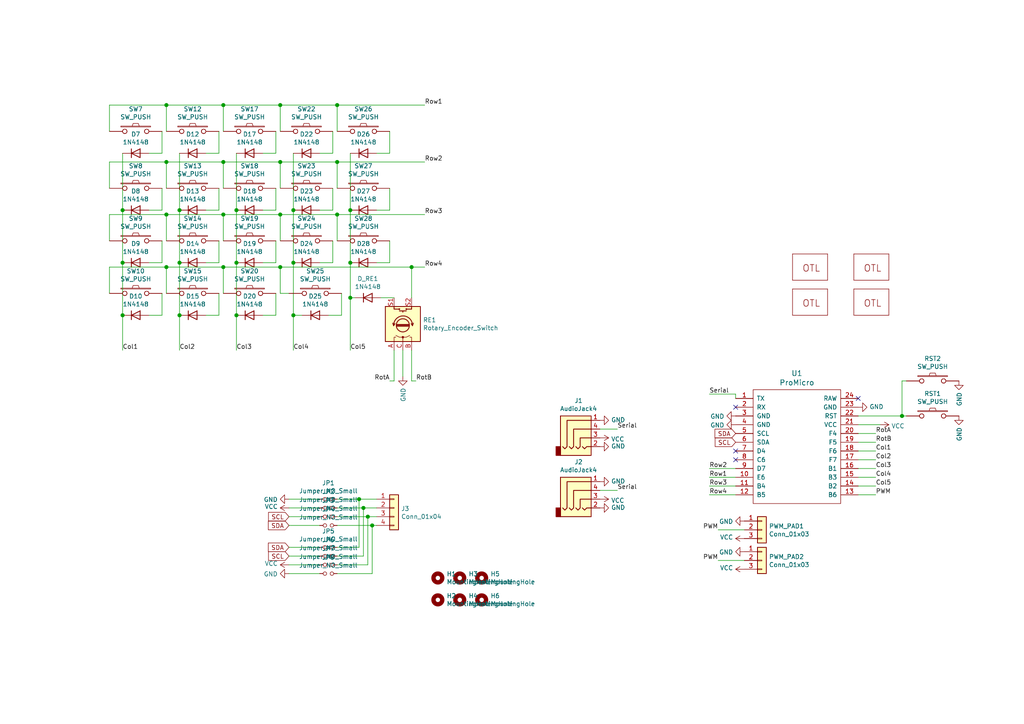
<source format=kicad_sch>
(kicad_sch (version 20210621) (generator eeschema)
  (paper "A4")
  (lib_symbols
    (symbol "Connector:AudioJack4"
      (property "Reference" "J" (at 0 8.89 0))
      (property "Value" "AudioJack4" (at 0 6.35 0))
      (symbol "AudioJack4_0_1"
        (rectangle (start -6.35 -5.08) (end -7.62 -7.62) (stroke (width 0.254)) (fill (type outline)))
        (rectangle (start 2.54 3.81) (end -6.35 -7.62) (stroke (width 0.254)) (fill (type background)))
        (polyline (pts (xy 0 -5.08) (xy 0.635 -5.715) (xy 1.27 -5.08) (xy 2.54 -5.08)) (stroke (width 0.254)))
        (polyline (pts (xy -5.715 -5.08) (xy -5.08 -5.715) (xy -4.445 -5.08) (xy -4.445 2.54) (xy 2.54 2.54)) (stroke (width 0.254)))
        (polyline (pts (xy -1.905 -5.08) (xy -1.27 -5.715) (xy -0.635 -5.08) (xy -0.635 -2.54) (xy 2.54 -2.54)) (stroke (width 0.254)))
        (polyline (pts (xy 2.54 0) (xy -2.54 0) (xy -2.54 -5.08) (xy -3.175 -5.715) (xy -3.81 -5.08)) (stroke (width 0.254)))
      )
      (symbol "AudioJack4_1_1"
        (pin passive line (at 5.08 2.54 180) (length 2.54) (name "~") (number "1"))
        (pin passive line (at 5.08 -5.08 180) (length 2.54) (name "~") (number "2"))
        (pin passive line (at 5.08 -2.54 180) (length 2.54) (name "~") (number "3"))
        (pin passive line (at 5.08 0 180) (length 2.54) (name "~") (number "4"))
      )
    )
    (symbol "Connector_Generic:Conn_01x03" (pin_names (offset 1.016) hide)
      (property "Reference" "J" (at 0 5.08 0))
      (property "Value" "Conn_01x03" (at 0 -5.08 0))
      (symbol "Conn_01x03_1_1"
        (rectangle (start -1.27 -2.413) (end 0 -2.667) (stroke (width 0.1524)))
        (rectangle (start -1.27 0.127) (end 0 -0.127) (stroke (width 0.1524)))
        (rectangle (start -1.27 2.667) (end 0 2.413) (stroke (width 0.1524)))
        (rectangle (start -1.27 3.81) (end 1.27 -3.81) (stroke (width 0.254)) (fill (type background)))
        (pin passive line (at -5.08 2.54 0) (length 3.81) (name "Pin_1") (number "1"))
        (pin passive line (at -5.08 0 0) (length 3.81) (name "Pin_2") (number "2"))
        (pin passive line (at -5.08 -2.54 0) (length 3.81) (name "Pin_3") (number "3"))
      )
    )
    (symbol "Connector_Generic:Conn_01x04" (pin_names (offset 1.016) hide)
      (property "Reference" "J" (at 0 5.08 0))
      (property "Value" "Conn_01x04" (at 0 -7.62 0))
      (symbol "Conn_01x04_1_1"
        (rectangle (start -1.27 -4.953) (end 0 -5.207) (stroke (width 0.1524)))
        (rectangle (start -1.27 -2.413) (end 0 -2.667) (stroke (width 0.1524)))
        (rectangle (start -1.27 0.127) (end 0 -0.127) (stroke (width 0.1524)))
        (rectangle (start -1.27 2.667) (end 0 2.413) (stroke (width 0.1524)))
        (rectangle (start -1.27 3.81) (end 1.27 -6.35) (stroke (width 0.254)) (fill (type background)))
        (pin passive line (at -5.08 2.54 0) (length 3.81) (name "Pin_1") (number "1"))
        (pin passive line (at -5.08 0 0) (length 3.81) (name "Pin_2") (number "2"))
        (pin passive line (at -5.08 -2.54 0) (length 3.81) (name "Pin_3") (number "3"))
        (pin passive line (at -5.08 -5.08 0) (length 3.81) (name "Pin_4") (number "4"))
      )
    )
    (symbol "Device:Jumper_NO_Small" (pin_numbers hide) (pin_names (offset 0.762) hide)
      (property "Reference" "JP" (at 0 2.032 0))
      (property "Value" "Jumper_NO_Small" (at 0.254 -1.524 0))
      (symbol "Jumper_NO_Small_0_1"
        (circle (center -1.016 0) (radius 0.508))
        (circle (center 1.016 0) (radius 0.508))
        (pin passive line (at -2.54 0 0) (length 1.016) (name "1") (number "1"))
        (pin passive line (at 2.54 0 180) (length 1.016) (name "2") (number "2"))
      )
    )
    (symbol "Device:Rotary_Encoder_Switch" (pin_names (offset 0.254) hide)
      (property "Reference" "SW" (at 0 6.604 0))
      (property "Value" "Rotary_Encoder_Switch" (at 0 -6.604 0))
      (symbol "Rotary_Encoder_Switch_0_1"
        (arc (start -0.381 -2.794) (end -0.381 2.667) (radius (at -0.381 -0.0508) (length 2.7432) (angles -89.9 89.9)) (stroke (width 0.254)))
        (circle (center -0.381 0) (radius 1.905) (stroke (width 0.254)))
        (circle (center 4.318 -1.016) (radius 0.127) (stroke (width 0.254)))
        (circle (center 4.318 1.016) (radius 0.127) (stroke (width 0.254)))
        (circle (center -3.81 0) (radius 0.254) (fill (type outline)))
        (rectangle (start -5.08 5.08) (end 5.08 -5.08) (stroke (width 0.254)) (fill (type background)))
        (polyline (pts (xy -0.635 -1.778) (xy -0.635 1.778)) (stroke (width 0.254)))
        (polyline (pts (xy -0.381 -1.778) (xy -0.381 1.778)) (stroke (width 0.254)))
        (polyline (pts (xy -0.127 1.778) (xy -0.127 -1.778)) (stroke (width 0.254)))
        (polyline (pts (xy 3.81 0) (xy 3.429 0)) (stroke (width 0.254)))
        (polyline (pts (xy 3.81 1.016) (xy 3.81 -1.016)) (stroke (width 0.254)))
        (polyline (pts (xy -5.08 -2.54) (xy -3.81 -2.54) (xy -3.81 -2.032)))
        (polyline (pts (xy -5.08 2.54) (xy -3.81 2.54) (xy -3.81 2.032)))
        (polyline (pts (xy 0.254 -3.048) (xy -0.508 -2.794) (xy 0.127 -2.413)) (stroke (width 0.254)))
        (polyline (pts (xy 0.254 2.921) (xy -0.508 2.667) (xy 0.127 2.286)) (stroke (width 0.254)))
        (polyline (pts (xy 5.08 -2.54) (xy 4.318 -2.54) (xy 4.318 -1.016)) (stroke (width 0.254)))
        (polyline (pts (xy 5.08 2.54) (xy 4.318 2.54) (xy 4.318 1.016)) (stroke (width 0.254)))
        (polyline (pts (xy -5.08 0) (xy -3.81 0) (xy -3.81 -1.016) (xy -3.302 -2.032)))
        (polyline (pts (xy -4.318 0) (xy -3.81 0) (xy -3.81 1.016) (xy -3.302 2.032)))
      )
      (symbol "Rotary_Encoder_Switch_1_1"
        (pin passive line (at -7.62 2.54 0) (length 2.54) (name "A") (number "A"))
        (pin passive line (at -7.62 -2.54 0) (length 2.54) (name "B") (number "B"))
        (pin passive line (at -7.62 0 0) (length 2.54) (name "C") (number "C"))
        (pin passive line (at 7.62 2.54 180) (length 2.54) (name "S1") (number "S1"))
        (pin passive line (at 7.62 -2.54 180) (length 2.54) (name "S2") (number "S2"))
      )
    )
    (symbol "Diode:1N4148" (pin_numbers hide) (pin_names (offset 1.016) hide)
      (property "Reference" "D" (at 0 2.54 0))
      (property "Value" "1N4148" (at 0 -2.54 0))
      (symbol "1N4148_0_1"
        (polyline (pts (xy -1.27 1.27) (xy -1.27 -1.27)) (stroke (width 0.254)))
        (polyline (pts (xy 1.27 0) (xy -1.27 0)))
        (polyline (pts (xy 1.27 1.27) (xy 1.27 -1.27) (xy -1.27 0) (xy 1.27 1.27)) (stroke (width 0.254)))
      )
      (symbol "1N4148_1_1"
        (pin passive line (at -3.81 0 0) (length 2.54) (name "K") (number "1"))
        (pin passive line (at 3.81 0 180) (length 2.54) (name "A") (number "2"))
      )
    )
    (symbol "Mechanical:MountingHole" (pin_names (offset 1.016))
      (property "Reference" "H" (at 0 5.08 0))
      (property "Value" "MountingHole" (at 0 3.175 0))
      (symbol "MountingHole_0_1"
        (circle (center 0 0) (radius 1.27) (stroke (width 1.27)))
      )
    )
    (symbol "SparkFun-Aesthetics:LOGO-OTL" (pin_numbers hide) (pin_names (offset 1.016) hide)
      (symbol "LOGO-OTL_1_0"
        (text "OTL" (at 0.3556 -1.5748 0) (effects (font (size 1.9304 1.9304))))
        (polyline (pts (xy -5.08 -5.08) (xy 5.08 -5.08)))
        (polyline (pts (xy -5.08 2.54) (xy -5.08 -5.08)))
        (polyline (pts (xy 5.08 -5.08) (xy 5.08 2.54)))
        (polyline (pts (xy 5.08 2.54) (xy -5.08 2.54)))
      )
    )
    (symbol "keyboard_parts:SW_PUSH" (pin_numbers hide) (pin_names (offset 1.016) hide)
      (property "Reference" "SW" (at 3.81 2.794 0))
      (property "Value" "SW_PUSH" (at 0 -2.032 0))
      (symbol "SW_PUSH_0_1"
        (rectangle (start -4.318 1.27) (end 4.318 1.524))
        (polyline (pts (xy -1.016 1.524) (xy -0.762 2.286) (xy 0.762 2.286) (xy 1.016 1.524)))
        (pin passive inverted (at -7.62 0 0) (length 5.08) (name "1") (number "1"))
        (pin passive inverted (at 7.62 0 180) (length 5.08) (name "2") (number "2"))
      )
    )
    (symbol "power:GND" (power) (pin_names (offset 0))
      (property "Value" "GND" (at 0 -3.81 0))
      (symbol "GND_0_1"
        (polyline (pts (xy 0 0) (xy 0 -1.27) (xy 1.27 -1.27) (xy 0 -2.54) (xy -1.27 -1.27) (xy 0 -1.27)))
      )
      (symbol "GND_1_1"
        (pin power_in line (at 0 0 270) (length 0) hide (name "GND") (number "1"))
      )
    )
    (symbol "power:VCC" (power) (pin_names (offset 0))
      (property "Value" "VCC" (at 0 3.81 0))
      (symbol "VCC_0_1"
        (polyline (pts (xy -0.762 1.27) (xy 0 2.54)))
        (polyline (pts (xy 0 0) (xy 0 2.54)))
        (polyline (pts (xy 0 2.54) (xy 0.762 1.27)))
      )
      (symbol "VCC_1_1"
        (pin power_in line (at 0 0 90) (length 0) hide (name "VCC") (number "1"))
      )
    )
    (symbol "promicro:ProMicro" (pin_names (offset 1.016))
      (property "Reference" "U" (at 0 24.13 0))
      (property "Value" "ProMicro" (at 0 -13.97 0))
      (symbol "ProMicro_0_1"
        (rectangle (start -12.7 21.59) (end 12.7 -11.43))
      )
      (symbol "ProMicro_1_1"
        (pin bidirectional line (at -17.78 19.05 0) (length 5.08) (name "TX") (number "1"))
        (pin bidirectional line (at -17.78 -3.81 0) (length 5.08) (name "E6") (number "10"))
        (pin bidirectional line (at -17.78 -6.35 0) (length 5.08) (name "B4") (number "11"))
        (pin bidirectional line (at -17.78 -8.89 0) (length 5.08) (name "B5") (number "12"))
        (pin bidirectional line (at 17.78 -8.89 180) (length 5.08) (name "B6") (number "13"))
        (pin bidirectional line (at 17.78 -6.35 180) (length 5.08) (name "B2") (number "14"))
        (pin bidirectional line (at 17.78 -3.81 180) (length 5.08) (name "B3") (number "15"))
        (pin bidirectional line (at 17.78 -1.27 180) (length 5.08) (name "B1") (number "16"))
        (pin bidirectional line (at 17.78 1.27 180) (length 5.08) (name "F7") (number "17"))
        (pin bidirectional line (at 17.78 3.81 180) (length 5.08) (name "F6") (number "18"))
        (pin bidirectional line (at 17.78 6.35 180) (length 5.08) (name "F5") (number "19"))
        (pin bidirectional line (at -17.78 16.51 0) (length 5.08) (name "RX") (number "2"))
        (pin bidirectional line (at 17.78 8.89 180) (length 5.08) (name "F4") (number "20"))
        (pin power_in line (at 17.78 11.43 180) (length 5.08) (name "VCC") (number "21"))
        (pin input line (at 17.78 13.97 180) (length 5.08) (name "RST") (number "22"))
        (pin power_in line (at 17.78 16.51 180) (length 5.08) (name "GND") (number "23"))
        (pin power_out line (at 17.78 19.05 180) (length 5.08) (name "RAW") (number "24"))
        (pin power_in line (at -17.78 13.97 0) (length 5.08) (name "GND") (number "3"))
        (pin power_in line (at -17.78 11.43 0) (length 5.08) (name "GND") (number "4"))
        (pin bidirectional line (at -17.78 8.89 0) (length 5.08) (name "SCL") (number "5"))
        (pin bidirectional line (at -17.78 6.35 0) (length 5.08) (name "SDA") (number "6"))
        (pin bidirectional line (at -17.78 3.81 0) (length 5.08) (name "D4") (number "7"))
        (pin bidirectional line (at -17.78 1.27 0) (length 5.08) (name "C6") (number "8"))
        (pin bidirectional line (at -17.78 -1.27 0) (length 5.08) (name "D7") (number "9"))
      )
    )
  )
  (junction (at 35.56 60.96) (diameter 1.016))
  (junction (at 35.56 76.2) (diameter 1.016))
  (junction (at 35.56 91.44) (diameter 1.016))
  (junction (at 48.26 30.48) (diameter 1.016))
  (junction (at 48.26 46.99) (diameter 1.016))
  (junction (at 48.26 62.23) (diameter 1.016))
  (junction (at 48.26 77.47) (diameter 1.016))
  (junction (at 52.07 60.96) (diameter 1.016))
  (junction (at 52.07 76.2) (diameter 1.016))
  (junction (at 52.07 91.44) (diameter 1.016))
  (junction (at 64.77 30.48) (diameter 1.016))
  (junction (at 64.77 46.99) (diameter 1.016))
  (junction (at 64.77 62.23) (diameter 1.016))
  (junction (at 64.77 77.47) (diameter 1.016))
  (junction (at 68.58 60.96) (diameter 1.016))
  (junction (at 68.58 76.2) (diameter 1.016))
  (junction (at 68.58 91.44) (diameter 1.016))
  (junction (at 81.28 30.48) (diameter 1.016))
  (junction (at 81.28 46.99) (diameter 1.016))
  (junction (at 81.28 62.23) (diameter 1.016))
  (junction (at 81.28 77.47) (diameter 1.016))
  (junction (at 85.09 60.96) (diameter 1.016))
  (junction (at 85.09 76.2) (diameter 1.016))
  (junction (at 85.09 91.44) (diameter 1.016))
  (junction (at 97.79 30.48) (diameter 1.016))
  (junction (at 97.79 46.99) (diameter 1.016))
  (junction (at 97.79 62.23) (diameter 1.016))
  (junction (at 101.6 60.96) (diameter 1.016))
  (junction (at 101.6 76.2) (diameter 1.016))
  (junction (at 101.6 86.36) (diameter 1.016))
  (junction (at 104.14 144.78) (diameter 1.016))
  (junction (at 105.41 147.32) (diameter 1.016))
  (junction (at 106.68 149.86) (diameter 1.016))
  (junction (at 107.95 152.4) (diameter 1.016))
  (junction (at 119.38 77.47) (diameter 1.016))
  (junction (at 261.62 120.65) (diameter 1.016))
  (no_connect (at 213.36 118.11))
  (no_connect (at 213.36 130.81))
  (no_connect (at 213.36 133.35))
  (no_connect (at 248.92 115.57))
  (wire (pts (xy 31.75 30.48) (xy 48.26 30.48)))
  (wire (pts (xy 31.75 38.1) (xy 31.75 30.48)))
  (wire (pts (xy 31.75 46.99) (xy 48.26 46.99)))
  (wire (pts (xy 31.75 54.61) (xy 31.75 46.99)))
  (wire (pts (xy 31.75 62.23) (xy 48.26 62.23)))
  (wire (pts (xy 31.75 69.85) (xy 31.75 62.23)))
  (wire (pts (xy 31.75 77.47) (xy 48.26 77.47)))
  (wire (pts (xy 31.75 85.09) (xy 31.75 77.47)))
  (wire (pts (xy 35.56 60.96) (xy 35.56 44.45)))
  (wire (pts (xy 35.56 60.96) (xy 35.56 76.2)))
  (wire (pts (xy 35.56 91.44) (xy 35.56 76.2)))
  (wire (pts (xy 35.56 91.44) (xy 35.56 101.6)))
  (wire (pts (xy 46.99 38.1) (xy 46.99 44.45)))
  (wire (pts (xy 46.99 44.45) (xy 43.18 44.45)))
  (wire (pts (xy 46.99 54.61) (xy 46.99 60.96)))
  (wire (pts (xy 46.99 60.96) (xy 43.18 60.96)))
  (wire (pts (xy 46.99 69.85) (xy 46.99 76.2)))
  (wire (pts (xy 46.99 76.2) (xy 43.18 76.2)))
  (wire (pts (xy 46.99 85.09) (xy 46.99 91.44)))
  (wire (pts (xy 46.99 91.44) (xy 43.18 91.44)))
  (wire (pts (xy 48.26 30.48) (xy 64.77 30.48)))
  (wire (pts (xy 48.26 38.1) (xy 48.26 30.48)))
  (wire (pts (xy 48.26 46.99) (xy 64.77 46.99)))
  (wire (pts (xy 48.26 54.61) (xy 48.26 46.99)))
  (wire (pts (xy 48.26 62.23) (xy 64.77 62.23)))
  (wire (pts (xy 48.26 69.85) (xy 48.26 62.23)))
  (wire (pts (xy 48.26 77.47) (xy 64.77 77.47)))
  (wire (pts (xy 48.26 85.09) (xy 48.26 77.47)))
  (wire (pts (xy 52.07 44.45) (xy 52.07 60.96)))
  (wire (pts (xy 52.07 60.96) (xy 52.07 76.2)))
  (wire (pts (xy 52.07 91.44) (xy 52.07 76.2)))
  (wire (pts (xy 52.07 91.44) (xy 52.07 101.6)))
  (wire (pts (xy 63.5 38.1) (xy 63.5 44.45)))
  (wire (pts (xy 63.5 44.45) (xy 59.69 44.45)))
  (wire (pts (xy 63.5 54.61) (xy 63.5 60.96)))
  (wire (pts (xy 63.5 60.96) (xy 59.69 60.96)))
  (wire (pts (xy 63.5 69.85) (xy 63.5 76.2)))
  (wire (pts (xy 63.5 76.2) (xy 59.69 76.2)))
  (wire (pts (xy 63.5 85.09) (xy 63.5 91.44)))
  (wire (pts (xy 63.5 91.44) (xy 59.69 91.44)))
  (wire (pts (xy 64.77 30.48) (xy 81.28 30.48)))
  (wire (pts (xy 64.77 38.1) (xy 64.77 30.48)))
  (wire (pts (xy 64.77 46.99) (xy 81.28 46.99)))
  (wire (pts (xy 64.77 54.61) (xy 64.77 46.99)))
  (wire (pts (xy 64.77 62.23) (xy 81.28 62.23)))
  (wire (pts (xy 64.77 69.85) (xy 64.77 62.23)))
  (wire (pts (xy 64.77 77.47) (xy 81.28 77.47)))
  (wire (pts (xy 64.77 85.09) (xy 64.77 77.47)))
  (wire (pts (xy 68.58 44.45) (xy 68.58 60.96)))
  (wire (pts (xy 68.58 60.96) (xy 68.58 76.2)))
  (wire (pts (xy 68.58 76.2) (xy 68.58 91.44)))
  (wire (pts (xy 68.58 91.44) (xy 68.58 101.6)))
  (wire (pts (xy 80.01 38.1) (xy 80.01 44.45)))
  (wire (pts (xy 80.01 44.45) (xy 76.2 44.45)))
  (wire (pts (xy 80.01 54.61) (xy 80.01 60.96)))
  (wire (pts (xy 80.01 60.96) (xy 76.2 60.96)))
  (wire (pts (xy 80.01 69.85) (xy 80.01 76.2)))
  (wire (pts (xy 80.01 76.2) (xy 76.2 76.2)))
  (wire (pts (xy 80.01 85.09) (xy 80.01 91.44)))
  (wire (pts (xy 80.01 91.44) (xy 76.2 91.44)))
  (wire (pts (xy 81.28 30.48) (xy 97.79 30.48)))
  (wire (pts (xy 81.28 38.1) (xy 81.28 30.48)))
  (wire (pts (xy 81.28 46.99) (xy 97.79 46.99)))
  (wire (pts (xy 81.28 54.61) (xy 81.28 46.99)))
  (wire (pts (xy 81.28 62.23) (xy 97.79 62.23)))
  (wire (pts (xy 81.28 69.85) (xy 81.28 62.23)))
  (wire (pts (xy 81.28 77.47) (xy 81.28 85.09)))
  (wire (pts (xy 81.28 77.47) (xy 119.38 77.47)))
  (wire (pts (xy 81.28 85.09) (xy 83.82 85.09)))
  (wire (pts (xy 85.09 60.96) (xy 85.09 44.45)))
  (wire (pts (xy 85.09 60.96) (xy 85.09 76.2)))
  (wire (pts (xy 85.09 76.2) (xy 85.09 91.44)))
  (wire (pts (xy 85.09 91.44) (xy 85.09 101.6)))
  (wire (pts (xy 87.63 91.44) (xy 85.09 91.44)))
  (wire (pts (xy 92.71 144.78) (xy 83.82 144.78)))
  (wire (pts (xy 92.71 147.32) (xy 83.82 147.32)))
  (wire (pts (xy 92.71 149.86) (xy 83.82 149.86)))
  (wire (pts (xy 92.71 152.4) (xy 83.82 152.4)))
  (wire (pts (xy 92.71 158.75) (xy 83.82 158.75)))
  (wire (pts (xy 92.71 161.29) (xy 83.82 161.29)))
  (wire (pts (xy 92.71 163.83) (xy 83.82 163.83)))
  (wire (pts (xy 92.71 166.37) (xy 83.82 166.37)))
  (wire (pts (xy 96.52 38.1) (xy 96.52 44.45)))
  (wire (pts (xy 96.52 44.45) (xy 92.71 44.45)))
  (wire (pts (xy 96.52 54.61) (xy 96.52 60.96)))
  (wire (pts (xy 96.52 60.96) (xy 92.71 60.96)))
  (wire (pts (xy 96.52 69.85) (xy 96.52 76.2)))
  (wire (pts (xy 96.52 76.2) (xy 92.71 76.2)))
  (wire (pts (xy 97.79 30.48) (xy 123.19 30.48)))
  (wire (pts (xy 97.79 38.1) (xy 97.79 30.48)))
  (wire (pts (xy 97.79 46.99) (xy 123.19 46.99)))
  (wire (pts (xy 97.79 54.61) (xy 97.79 46.99)))
  (wire (pts (xy 97.79 62.23) (xy 123.19 62.23)))
  (wire (pts (xy 97.79 69.85) (xy 97.79 62.23)))
  (wire (pts (xy 97.79 149.86) (xy 106.68 149.86)))
  (wire (pts (xy 99.06 85.09) (xy 99.06 91.44)))
  (wire (pts (xy 99.06 91.44) (xy 95.25 91.44)))
  (wire (pts (xy 101.6 60.96) (xy 101.6 44.45)))
  (wire (pts (xy 101.6 60.96) (xy 101.6 76.2)))
  (wire (pts (xy 101.6 76.2) (xy 101.6 86.36)))
  (wire (pts (xy 101.6 86.36) (xy 101.6 101.6)))
  (wire (pts (xy 102.87 86.36) (xy 101.6 86.36)))
  (wire (pts (xy 104.14 144.78) (xy 97.79 144.78)))
  (wire (pts (xy 104.14 144.78) (xy 104.14 158.75)))
  (wire (pts (xy 104.14 158.75) (xy 97.79 158.75)))
  (wire (pts (xy 105.41 147.32) (xy 97.79 147.32)))
  (wire (pts (xy 105.41 147.32) (xy 105.41 161.29)))
  (wire (pts (xy 105.41 161.29) (xy 97.79 161.29)))
  (wire (pts (xy 106.68 149.86) (xy 106.68 163.83)))
  (wire (pts (xy 106.68 149.86) (xy 109.22 149.86)))
  (wire (pts (xy 106.68 163.83) (xy 97.79 163.83)))
  (wire (pts (xy 107.95 152.4) (xy 97.79 152.4)))
  (wire (pts (xy 107.95 152.4) (xy 107.95 166.37)))
  (wire (pts (xy 107.95 166.37) (xy 97.79 166.37)))
  (wire (pts (xy 109.22 144.78) (xy 104.14 144.78)))
  (wire (pts (xy 109.22 147.32) (xy 105.41 147.32)))
  (wire (pts (xy 109.22 152.4) (xy 107.95 152.4)))
  (wire (pts (xy 113.03 38.1) (xy 113.03 44.45)))
  (wire (pts (xy 113.03 44.45) (xy 109.22 44.45)))
  (wire (pts (xy 113.03 54.61) (xy 113.03 60.96)))
  (wire (pts (xy 113.03 60.96) (xy 109.22 60.96)))
  (wire (pts (xy 113.03 69.85) (xy 113.03 76.2)))
  (wire (pts (xy 113.03 76.2) (xy 109.22 76.2)))
  (wire (pts (xy 114.3 86.36) (xy 110.49 86.36)))
  (wire (pts (xy 114.3 101.6) (xy 114.3 110.49)))
  (wire (pts (xy 114.3 110.49) (xy 113.03 110.49)))
  (wire (pts (xy 116.84 101.6) (xy 116.84 109.22)))
  (wire (pts (xy 119.38 77.47) (xy 119.38 86.36)))
  (wire (pts (xy 119.38 77.47) (xy 123.19 77.47)))
  (wire (pts (xy 119.38 101.6) (xy 119.38 110.49)))
  (wire (pts (xy 119.38 110.49) (xy 120.65 110.49)))
  (wire (pts (xy 173.99 124.46) (xy 179.07 124.46)))
  (wire (pts (xy 173.99 142.24) (xy 179.07 142.24)))
  (wire (pts (xy 205.74 114.3) (xy 213.36 114.3)))
  (wire (pts (xy 205.74 135.89) (xy 213.36 135.89)))
  (wire (pts (xy 205.74 138.43) (xy 213.36 138.43)))
  (wire (pts (xy 205.74 140.97) (xy 213.36 140.97)))
  (wire (pts (xy 205.74 143.51) (xy 213.36 143.51)))
  (wire (pts (xy 208.28 153.67) (xy 215.9 153.67)))
  (wire (pts (xy 208.28 162.56) (xy 215.9 162.56)))
  (wire (pts (xy 213.36 114.3) (xy 213.36 115.57)))
  (wire (pts (xy 248.92 120.65) (xy 261.62 120.65)))
  (wire (pts (xy 248.92 123.19) (xy 255.27 123.19)))
  (wire (pts (xy 248.92 125.73) (xy 254 125.73)))
  (wire (pts (xy 248.92 128.27) (xy 254 128.27)))
  (wire (pts (xy 248.92 130.81) (xy 254 130.81)))
  (wire (pts (xy 248.92 133.35) (xy 254 133.35)))
  (wire (pts (xy 248.92 135.89) (xy 254 135.89)))
  (wire (pts (xy 248.92 138.43) (xy 254 138.43)))
  (wire (pts (xy 248.92 140.97) (xy 254 140.97)))
  (wire (pts (xy 248.92 143.51) (xy 254 143.51)))
  (wire (pts (xy 261.62 110.49) (xy 262.89 110.49)))
  (wire (pts (xy 261.62 120.65) (xy 261.62 110.49)))
  (wire (pts (xy 261.62 120.65) (xy 262.89 120.65)))
  (label "Col1" (at 35.56 101.6 0))
  (label "Col2" (at 52.07 101.6 0))
  (label "Col3" (at 68.58 101.6 0))
  (label "Col4" (at 85.09 101.6 0))
  (label "Col5" (at 101.6 101.6 0))
  (label "RotA" (at 113.03 110.49 180))
  (label "RotB" (at 120.65 110.49 0))
  (label "Row1" (at 123.19 30.48 0))
  (label "Row2" (at 123.19 46.99 0))
  (label "Row3" (at 123.19 62.23 0))
  (label "Row4" (at 123.19 77.47 0))
  (label "Serial" (at 179.07 124.46 0))
  (label "Serial" (at 179.07 142.24 0))
  (label "Serial" (at 205.74 114.3 0))
  (label "Row2" (at 205.74 135.89 0))
  (label "Row1" (at 205.74 138.43 0))
  (label "Row3" (at 205.74 140.97 0))
  (label "Row4" (at 205.74 143.51 0))
  (label "PWM" (at 208.28 153.67 180))
  (label "PWM" (at 208.28 162.56 180))
  (label "RotA" (at 254 125.73 0))
  (label "RotB" (at 254 128.27 0))
  (label "Col1" (at 254 130.81 0))
  (label "Col2" (at 254 133.35 0))
  (label "Col3" (at 254 135.89 0))
  (label "Col4" (at 254 138.43 0))
  (label "Col5" (at 254 140.97 0))
  (label "PWM" (at 254 143.51 0))
  (global_label "SCL" (shape input) (at 83.82 149.86 180) (property "Intersheet References" "${INTERSHEET_REFS}" (effects hide)))
  (global_label "SDA" (shape input) (at 83.82 152.4 180) (property "Intersheet References" "${INTERSHEET_REFS}" (effects hide)))
  (global_label "SDA" (shape input) (at 83.82 158.75 180) (property "Intersheet References" "${INTERSHEET_REFS}" (effects hide)))
  (global_label "SCL" (shape input) (at 83.82 161.29 180) (property "Intersheet References" "${INTERSHEET_REFS}" (effects hide)))
  (global_label "SDA" (shape input) (at 213.36 125.73 180) (property "Intersheet References" "${INTERSHEET_REFS}" (effects hide)))
  (global_label "SCL" (shape input) (at 213.36 128.27 180) (property "Intersheet References" "${INTERSHEET_REFS}" (effects hide)))
  (symbol (lib_id "power:VCC") (at 83.82 147.32 90) (unit 1)
    (property "Reference" "#PWR0105" (effects hide))
    (property "Value" "VCC" (at 80.5942 146.939 90) (effects (justify left)))
  )
  (symbol (lib_id "power:VCC") (at 83.82 163.83 90) (unit 1)
    (property "Reference" "#PWR0107" (effects hide))
    (property "Value" "VCC" (at 80.5942 163.449 90) (effects (justify left)))
  )
  (symbol (lib_id "power:VCC") (at 173.99 127 270) (unit 1)
    (property "Reference" "#PWR0104" (effects hide))
    (property "Value" "VCC" (at 177.2412 127.381 90) (effects (justify left)))
  )
  (symbol (lib_id "power:VCC") (at 173.99 144.78 270) (unit 1)
    (property "Reference" "#PWR0103" (effects hide))
    (property "Value" "VCC" (at 177.2412 145.161 90) (effects (justify left)))
  )
  (symbol (lib_id "power:VCC") (at 215.9 156.21 90) (unit 1)
    (property "Reference" "#PWR0117" (effects hide))
    (property "Value" "VCC" (at 212.6488 155.829 90) (effects (justify left)))
  )
  (symbol (lib_id "power:VCC") (at 215.9 165.1 90) (unit 1)
    (property "Reference" "#PWR0120" (effects hide))
    (property "Value" "VCC" (at 212.6488 164.719 90) (effects (justify left)))
  )
  (symbol (lib_id "power:VCC") (at 255.27 123.19 270) (unit 1)
    (property "Reference" "#PWR0115" (effects hide))
    (property "Value" "VCC" (at 258.5212 123.571 90) (effects (justify left)))
  )
  (symbol (lib_id "Device:Jumper_NO_Small") (at 95.25 144.78 0) (unit 1)
    (property "Reference" "JP1" (at 95.25 140.081 0))
    (property "Value" "Jumper_NO_Small" (at 95.25 142.3924 0))
    (property "Footprint" "SparkFun-Passives:PAD-JUMPER-2-NO_NO_SILK" (effects hide))
  )
  (symbol (lib_id "Device:Jumper_NO_Small") (at 95.25 147.32 0) (unit 1)
    (property "Reference" "JP2" (at 95.25 142.621 0))
    (property "Value" "Jumper_NO_Small" (at 95.25 144.9324 0))
    (property "Footprint" "SparkFun-Passives:PAD-JUMPER-2-NO_NO_SILK" (effects hide))
  )
  (symbol (lib_id "Device:Jumper_NO_Small") (at 95.25 149.86 0) (unit 1)
    (property "Reference" "JP3" (at 95.25 145.161 0))
    (property "Value" "Jumper_NO_Small" (at 95.25 147.4724 0))
    (property "Footprint" "SparkFun-Passives:PAD-JUMPER-2-NO_NO_SILK" (effects hide))
  )
  (symbol (lib_id "Device:Jumper_NO_Small") (at 95.25 152.4 0) (unit 1)
    (property "Reference" "JP4" (at 95.25 147.701 0))
    (property "Value" "Jumper_NO_Small" (at 95.25 150.0124 0))
    (property "Footprint" "SparkFun-Passives:PAD-JUMPER-2-NO_NO_SILK" (effects hide))
  )
  (symbol (lib_id "Device:Jumper_NO_Small") (at 95.25 158.75 0) (unit 1)
    (property "Reference" "JP5" (at 95.25 154.051 0))
    (property "Value" "Jumper_NO_Small" (at 95.25 156.3624 0))
    (property "Footprint" "SparkFun-Passives:PAD-JUMPER-2-NO_NO_SILK" (effects hide))
  )
  (symbol (lib_id "Device:Jumper_NO_Small") (at 95.25 161.29 0) (unit 1)
    (property "Reference" "JP6" (at 95.25 156.591 0))
    (property "Value" "Jumper_NO_Small" (at 95.25 158.9024 0))
    (property "Footprint" "SparkFun-Passives:PAD-JUMPER-2-NO_NO_SILK" (effects hide))
  )
  (symbol (lib_id "Device:Jumper_NO_Small") (at 95.25 163.83 0) (unit 1)
    (property "Reference" "JP7" (at 95.25 159.131 0))
    (property "Value" "Jumper_NO_Small" (at 95.25 161.4424 0))
    (property "Footprint" "SparkFun-Passives:PAD-JUMPER-2-NO_NO_SILK" (effects hide))
  )
  (symbol (lib_id "Device:Jumper_NO_Small") (at 95.25 166.37 0) (unit 1)
    (property "Reference" "JP8" (at 95.25 161.671 0))
    (property "Value" "Jumper_NO_Small" (at 95.25 163.9824 0))
    (property "Footprint" "SparkFun-Passives:PAD-JUMPER-2-NO_NO_SILK" (effects hide))
  )
  (symbol (lib_id "power:GND") (at 83.82 144.78 270) (unit 1)
    (property "Reference" "#PWR0106" (effects hide))
    (property "Value" "GND" (at 80.5688 144.907 90) (effects (justify right)))
  )
  (symbol (lib_id "power:GND") (at 83.82 166.37 270) (unit 1)
    (property "Reference" "#PWR0108" (effects hide))
    (property "Value" "GND" (at 80.5688 166.497 90) (effects (justify right)))
  )
  (symbol (lib_id "power:GND") (at 116.84 109.22 0) (unit 1)
    (property "Reference" "#PWR0121" (effects hide))
    (property "Value" "GND" (at 116.967 112.4712 90) (effects (justify right)))
  )
  (symbol (lib_id "power:GND") (at 173.99 121.92 90) (unit 1)
    (property "Reference" "#PWR0101" (effects hide))
    (property "Value" "GND" (at 177.2412 121.793 90) (effects (justify right)))
  )
  (symbol (lib_id "power:GND") (at 173.99 129.54 90) (unit 1)
    (property "Reference" "#PWR0109" (effects hide))
    (property "Value" "GND" (at 177.2412 129.413 90) (effects (justify right)))
  )
  (symbol (lib_id "power:GND") (at 173.99 139.7 90) (unit 1)
    (property "Reference" "#PWR0102" (effects hide))
    (property "Value" "GND" (at 177.2412 139.573 90) (effects (justify right)))
  )
  (symbol (lib_id "power:GND") (at 173.99 147.32 90) (unit 1)
    (property "Reference" "#PWR0110" (effects hide))
    (property "Value" "GND" (at 177.2412 147.193 90) (effects (justify right)))
  )
  (symbol (lib_id "power:GND") (at 213.36 120.65 270) (unit 1)
    (property "Reference" "#PWR0111" (effects hide))
    (property "Value" "GND" (at 210.1088 120.777 90) (effects (justify right)))
  )
  (symbol (lib_id "power:GND") (at 213.36 123.19 270) (unit 1)
    (property "Reference" "#PWR0112" (effects hide))
    (property "Value" "GND" (at 210.1088 123.317 90) (effects (justify right)))
  )
  (symbol (lib_id "power:GND") (at 215.9 151.13 270) (unit 1)
    (property "Reference" "#PWR0116" (effects hide))
    (property "Value" "GND" (at 212.6488 151.257 90) (effects (justify right)))
  )
  (symbol (lib_id "power:GND") (at 215.9 160.02 270) (unit 1)
    (property "Reference" "#PWR0119" (effects hide))
    (property "Value" "GND" (at 212.6488 160.147 90) (effects (justify right)))
  )
  (symbol (lib_id "power:GND") (at 248.92 118.11 90) (unit 1)
    (property "Reference" "#PWR0113" (effects hide))
    (property "Value" "GND" (at 252.1712 117.983 90) (effects (justify right)))
  )
  (symbol (lib_id "power:GND") (at 278.13 110.49 0) (unit 1)
    (property "Reference" "#PWR0118" (effects hide))
    (property "Value" "GND" (at 278.257 113.7412 90) (effects (justify right)))
  )
  (symbol (lib_id "power:GND") (at 278.13 120.65 0) (unit 1)
    (property "Reference" "#PWR0114" (effects hide))
    (property "Value" "GND" (at 278.257 123.9012 90) (effects (justify right)))
  )
  (symbol (lib_id "Mechanical:MountingHole") (at 127 167.64 0) (unit 1)
    (property "Reference" "H1" (at 129.54 166.4716 0) (effects (justify left)))
    (property "Value" "MountingHole" (at 129.54 168.783 0) (effects (justify left)))
    (property "Footprint" "MountingHole:MountingHole_2.2mm_M2" (effects hide))
  )
  (symbol (lib_id "Mechanical:MountingHole") (at 127 173.99 0) (unit 1)
    (property "Reference" "H2" (at 129.54 172.8216 0) (effects (justify left)))
    (property "Value" "MountingHole" (at 129.54 175.133 0) (effects (justify left)))
    (property "Footprint" "MountingHole:MountingHole_2.2mm_M2" (effects hide))
  )
  (symbol (lib_id "Mechanical:MountingHole") (at 133.35 167.64 0) (unit 1)
    (property "Reference" "H3" (at 135.89 166.4716 0) (effects (justify left)))
    (property "Value" "MountingHole" (at 135.89 168.783 0) (effects (justify left)))
    (property "Footprint" "MountingHole:MountingHole_2.2mm_M2" (effects hide))
  )
  (symbol (lib_id "Mechanical:MountingHole") (at 133.35 173.99 0) (unit 1)
    (property "Reference" "H4" (at 135.89 172.8216 0) (effects (justify left)))
    (property "Value" "MountingHole" (at 135.89 175.133 0) (effects (justify left)))
    (property "Footprint" "MountingHole:MountingHole_2.2mm_M2" (effects hide))
  )
  (symbol (lib_id "Mechanical:MountingHole") (at 139.7 167.64 0) (unit 1)
    (property "Reference" "H5" (at 142.24 166.4716 0) (effects (justify left)))
    (property "Value" "MountingHole" (at 142.24 168.783 0) (effects (justify left)))
    (property "Footprint" "MountingHole:MountingHole_2.2mm_M2" (effects hide))
  )
  (symbol (lib_id "Mechanical:MountingHole") (at 139.7 173.99 0) (unit 1)
    (property "Reference" "H6" (at 142.24 172.8216 0) (effects (justify left)))
    (property "Value" "MountingHole" (at 142.24 175.133 0) (effects (justify left)))
    (property "Footprint" "MountingHole:MountingHole_2.2mm_M2" (effects hide))
  )
  (symbol (lib_id "Diode:1N4148") (at 39.37 44.45 0) (unit 1)
    (property "Reference" "D7" (at 39.37 38.9382 0))
    (property "Value" "1N4148" (at 39.37 41.2496 0))
    (property "Footprint" "Keebio-Parts:Diode-dual" (effects hide))
    (property "Datasheet" "https://assets.nexperia.com/documents/data-sheet/1N4148_1N4448.pdf" (effects hide))
  )
  (symbol (lib_id "Diode:1N4148") (at 39.37 60.96 0) (unit 1)
    (property "Reference" "D8" (at 39.37 55.4482 0))
    (property "Value" "1N4148" (at 39.37 57.7596 0))
    (property "Footprint" "Keebio-Parts:Diode-dual" (effects hide))
    (property "Datasheet" "https://assets.nexperia.com/documents/data-sheet/1N4148_1N4448.pdf" (effects hide))
  )
  (symbol (lib_id "Diode:1N4148") (at 39.37 76.2 0) (unit 1)
    (property "Reference" "D9" (at 39.37 70.6882 0))
    (property "Value" "1N4148" (at 39.37 72.9996 0))
    (property "Footprint" "Keebio-Parts:Diode-dual" (effects hide))
    (property "Datasheet" "https://assets.nexperia.com/documents/data-sheet/1N4148_1N4448.pdf" (effects hide))
  )
  (symbol (lib_id "Diode:1N4148") (at 39.37 91.44 0) (unit 1)
    (property "Reference" "D10" (at 39.37 85.9282 0))
    (property "Value" "1N4148" (at 39.37 88.2396 0))
    (property "Footprint" "Keebio-Parts:Diode-dual" (effects hide))
    (property "Datasheet" "https://assets.nexperia.com/documents/data-sheet/1N4148_1N4448.pdf" (effects hide))
  )
  (symbol (lib_id "Diode:1N4148") (at 55.88 44.45 0) (unit 1)
    (property "Reference" "D12" (at 55.88 38.9382 0))
    (property "Value" "1N4148" (at 55.88 41.2496 0))
    (property "Footprint" "Keebio-Parts:Diode-dual" (effects hide))
    (property "Datasheet" "https://assets.nexperia.com/documents/data-sheet/1N4148_1N4448.pdf" (effects hide))
  )
  (symbol (lib_id "Diode:1N4148") (at 55.88 60.96 0) (unit 1)
    (property "Reference" "D13" (at 55.88 55.4482 0))
    (property "Value" "1N4148" (at 55.88 57.7596 0))
    (property "Footprint" "Keebio-Parts:Diode-dual" (effects hide))
    (property "Datasheet" "https://assets.nexperia.com/documents/data-sheet/1N4148_1N4448.pdf" (effects hide))
  )
  (symbol (lib_id "Diode:1N4148") (at 55.88 76.2 0) (unit 1)
    (property "Reference" "D14" (at 55.88 70.6882 0))
    (property "Value" "1N4148" (at 55.88 72.9996 0))
    (property "Footprint" "Keebio-Parts:Diode-dual" (effects hide))
    (property "Datasheet" "https://assets.nexperia.com/documents/data-sheet/1N4148_1N4448.pdf" (effects hide))
  )
  (symbol (lib_id "Diode:1N4148") (at 55.88 91.44 0) (unit 1)
    (property "Reference" "D15" (at 55.88 85.9282 0))
    (property "Value" "1N4148" (at 55.88 88.2396 0))
    (property "Footprint" "Keebio-Parts:Diode-dual" (effects hide))
    (property "Datasheet" "https://assets.nexperia.com/documents/data-sheet/1N4148_1N4448.pdf" (effects hide))
  )
  (symbol (lib_id "Diode:1N4148") (at 72.39 44.45 0) (unit 1)
    (property "Reference" "D17" (at 72.39 38.9382 0))
    (property "Value" "1N4148" (at 72.39 41.2496 0))
    (property "Footprint" "Keebio-Parts:Diode-dual" (effects hide))
    (property "Datasheet" "https://assets.nexperia.com/documents/data-sheet/1N4148_1N4448.pdf" (effects hide))
  )
  (symbol (lib_id "Diode:1N4148") (at 72.39 60.96 0) (unit 1)
    (property "Reference" "D18" (at 72.39 55.4482 0))
    (property "Value" "1N4148" (at 72.39 57.7596 0))
    (property "Footprint" "Keebio-Parts:Diode-dual" (effects hide))
    (property "Datasheet" "https://assets.nexperia.com/documents/data-sheet/1N4148_1N4448.pdf" (effects hide))
  )
  (symbol (lib_id "Diode:1N4148") (at 72.39 76.2 0) (unit 1)
    (property "Reference" "D19" (at 72.39 70.6882 0))
    (property "Value" "1N4148" (at 72.39 72.9996 0))
    (property "Footprint" "Keebio-Parts:Diode-dual" (effects hide))
    (property "Datasheet" "https://assets.nexperia.com/documents/data-sheet/1N4148_1N4448.pdf" (effects hide))
  )
  (symbol (lib_id "Diode:1N4148") (at 72.39 91.44 0) (unit 1)
    (property "Reference" "D20" (at 72.39 85.9282 0))
    (property "Value" "1N4148" (at 72.39 88.2396 0))
    (property "Footprint" "Keebio-Parts:Diode-dual" (effects hide))
    (property "Datasheet" "https://assets.nexperia.com/documents/data-sheet/1N4148_1N4448.pdf" (effects hide))
  )
  (symbol (lib_id "Diode:1N4148") (at 88.9 44.45 0) (unit 1)
    (property "Reference" "D22" (at 88.9 38.9382 0))
    (property "Value" "1N4148" (at 88.9 41.2496 0))
    (property "Footprint" "Keebio-Parts:Diode-dual" (effects hide))
    (property "Datasheet" "https://assets.nexperia.com/documents/data-sheet/1N4148_1N4448.pdf" (effects hide))
  )
  (symbol (lib_id "Diode:1N4148") (at 88.9 60.96 0) (unit 1)
    (property "Reference" "D23" (at 88.9 55.4482 0))
    (property "Value" "1N4148" (at 88.9 57.7596 0))
    (property "Footprint" "Keebio-Parts:Diode-dual" (effects hide))
    (property "Datasheet" "https://assets.nexperia.com/documents/data-sheet/1N4148_1N4448.pdf" (effects hide))
  )
  (symbol (lib_id "Diode:1N4148") (at 88.9 76.2 0) (unit 1)
    (property "Reference" "D24" (at 88.9 70.6882 0))
    (property "Value" "1N4148" (at 88.9 72.9996 0))
    (property "Footprint" "Keebio-Parts:Diode-dual" (effects hide))
    (property "Datasheet" "https://assets.nexperia.com/documents/data-sheet/1N4148_1N4448.pdf" (effects hide))
  )
  (symbol (lib_id "Diode:1N4148") (at 91.44 91.44 0) (unit 1)
    (property "Reference" "D25" (at 91.44 85.9282 0))
    (property "Value" "1N4148" (at 91.44 88.2396 0))
    (property "Footprint" "Keebio-Parts:Diode-dual" (effects hide))
    (property "Datasheet" "https://assets.nexperia.com/documents/data-sheet/1N4148_1N4448.pdf" (effects hide))
  )
  (symbol (lib_id "Diode:1N4148") (at 105.41 44.45 0) (unit 1)
    (property "Reference" "D26" (at 105.41 38.9382 0))
    (property "Value" "1N4148" (at 105.41 41.2496 0))
    (property "Footprint" "Keebio-Parts:Diode-dual" (effects hide))
    (property "Datasheet" "https://assets.nexperia.com/documents/data-sheet/1N4148_1N4448.pdf" (effects hide))
  )
  (symbol (lib_id "Diode:1N4148") (at 105.41 60.96 0) (unit 1)
    (property "Reference" "D27" (at 105.41 55.4482 0))
    (property "Value" "1N4148" (at 105.41 57.7596 0))
    (property "Footprint" "Keebio-Parts:Diode-dual" (effects hide))
    (property "Datasheet" "https://assets.nexperia.com/documents/data-sheet/1N4148_1N4448.pdf" (effects hide))
  )
  (symbol (lib_id "Diode:1N4148") (at 105.41 76.2 0) (unit 1)
    (property "Reference" "D28" (at 105.41 70.6882 0))
    (property "Value" "1N4148" (at 105.41 72.9996 0))
    (property "Footprint" "Keebio-Parts:Diode-dual" (effects hide))
    (property "Datasheet" "https://assets.nexperia.com/documents/data-sheet/1N4148_1N4448.pdf" (effects hide))
  )
  (symbol (lib_id "Diode:1N4148") (at 106.68 86.36 0) (unit 1)
    (property "Reference" "D_RE1" (at 106.68 80.8482 0))
    (property "Value" "1N4148" (at 106.68 83.1596 0))
    (property "Footprint" "Keebio-Parts:Diode-dual" (effects hide))
    (property "Datasheet" "https://assets.nexperia.com/documents/data-sheet/1N4148_1N4448.pdf" (effects hide))
  )
  (symbol (lib_id "keyboard_parts:SW_PUSH") (at 39.37 38.1 0) (unit 1)
    (property "Reference" "SW7" (at 39.37 31.623 0))
    (property "Value" "SW_PUSH" (at 39.37 33.9344 0))
    (property "Footprint" "Keebio-Parts:Triple-Dual-1u-LED" (effects hide))
  )
  (symbol (lib_id "keyboard_parts:SW_PUSH") (at 39.37 54.61 0) (unit 1)
    (property "Reference" "SW8" (at 39.37 48.133 0))
    (property "Value" "SW_PUSH" (at 39.37 50.4444 0))
    (property "Footprint" "Keebio-Parts:Triple-Dual-1u-LED" (effects hide))
  )
  (symbol (lib_id "keyboard_parts:SW_PUSH") (at 39.37 69.85 0) (unit 1)
    (property "Reference" "SW9" (at 39.37 63.373 0))
    (property "Value" "SW_PUSH" (at 39.37 65.6844 0))
    (property "Footprint" "Keebio-Parts:Triple-Dual-1u-LED" (effects hide))
  )
  (symbol (lib_id "keyboard_parts:SW_PUSH") (at 39.37 85.09 0) (unit 1)
    (property "Reference" "SW10" (at 39.37 78.613 0))
    (property "Value" "SW_PUSH" (at 39.37 80.9244 0))
    (property "Footprint" "Keebio-Parts:Triple-Dual-1u-LED" (effects hide))
  )
  (symbol (lib_id "keyboard_parts:SW_PUSH") (at 55.88 38.1 0) (unit 1)
    (property "Reference" "SW12" (at 55.88 31.623 0))
    (property "Value" "SW_PUSH" (at 55.88 33.9344 0))
    (property "Footprint" "Keebio-Parts:Triple-Dual-1u-LED" (effects hide))
  )
  (symbol (lib_id "keyboard_parts:SW_PUSH") (at 55.88 54.61 0) (unit 1)
    (property "Reference" "SW13" (at 55.88 48.133 0))
    (property "Value" "SW_PUSH" (at 55.88 50.4444 0))
    (property "Footprint" "Keebio-Parts:Triple-Dual-1u-LED" (effects hide))
  )
  (symbol (lib_id "keyboard_parts:SW_PUSH") (at 55.88 69.85 0) (unit 1)
    (property "Reference" "SW14" (at 55.88 63.373 0))
    (property "Value" "SW_PUSH" (at 55.88 65.6844 0))
    (property "Footprint" "Keebio-Parts:Triple-Dual-1u-LED" (effects hide))
  )
  (symbol (lib_id "keyboard_parts:SW_PUSH") (at 55.88 85.09 0) (unit 1)
    (property "Reference" "SW15" (at 55.88 78.613 0))
    (property "Value" "SW_PUSH" (at 55.88 80.9244 0))
    (property "Footprint" "Keebio-Parts:Triple-Dual-1u-LED" (effects hide))
  )
  (symbol (lib_id "keyboard_parts:SW_PUSH") (at 72.39 38.1 0) (unit 1)
    (property "Reference" "SW17" (at 72.39 31.623 0))
    (property "Value" "SW_PUSH" (at 72.39 33.9344 0))
    (property "Footprint" "Keebio-Parts:Triple-Dual-1u-LED" (effects hide))
  )
  (symbol (lib_id "keyboard_parts:SW_PUSH") (at 72.39 54.61 0) (unit 1)
    (property "Reference" "SW18" (at 72.39 48.133 0))
    (property "Value" "SW_PUSH" (at 72.39 50.4444 0))
    (property "Footprint" "Keebio-Parts:Triple-Dual-1u-LED" (effects hide))
  )
  (symbol (lib_id "keyboard_parts:SW_PUSH") (at 72.39 69.85 0) (unit 1)
    (property "Reference" "SW19" (at 72.39 63.373 0))
    (property "Value" "SW_PUSH" (at 72.39 65.6844 0))
    (property "Footprint" "Keebio-Parts:Triple-Dual-1u-LED" (effects hide))
  )
  (symbol (lib_id "keyboard_parts:SW_PUSH") (at 72.39 85.09 0) (unit 1)
    (property "Reference" "SW20" (at 72.39 78.613 0))
    (property "Value" "SW_PUSH" (at 72.39 80.9244 0))
    (property "Footprint" "Keebio-Parts:Triple-Dual-1u-LED" (effects hide))
  )
  (symbol (lib_id "keyboard_parts:SW_PUSH") (at 88.9 38.1 0) (unit 1)
    (property "Reference" "SW22" (at 88.9 31.623 0))
    (property "Value" "SW_PUSH" (at 88.9 33.9344 0))
    (property "Footprint" "Keebio-Parts:Triple-Dual-1u-LED" (effects hide))
  )
  (symbol (lib_id "keyboard_parts:SW_PUSH") (at 88.9 54.61 0) (unit 1)
    (property "Reference" "SW23" (at 88.9 48.133 0))
    (property "Value" "SW_PUSH" (at 88.9 50.4444 0))
    (property "Footprint" "Keebio-Parts:Triple-Dual-1u-LED" (effects hide))
  )
  (symbol (lib_id "keyboard_parts:SW_PUSH") (at 88.9 69.85 0) (unit 1)
    (property "Reference" "SW24" (at 88.9 63.373 0))
    (property "Value" "SW_PUSH" (at 88.9 65.6844 0))
    (property "Footprint" "Keebio-Parts:Triple-Dual-1u-LED" (effects hide))
  )
  (symbol (lib_id "keyboard_parts:SW_PUSH") (at 91.44 85.09 0) (unit 1)
    (property "Reference" "SW25" (at 91.44 78.613 0))
    (property "Value" "SW_PUSH" (at 91.44 80.9244 0))
    (property "Footprint" "Keebio-Parts:Triple-Dual-1u-LED" (effects hide))
  )
  (symbol (lib_id "keyboard_parts:SW_PUSH") (at 105.41 38.1 0) (unit 1)
    (property "Reference" "SW26" (at 105.41 31.623 0))
    (property "Value" "SW_PUSH" (at 105.41 33.9344 0))
    (property "Footprint" "Keebio-Parts:Triple-Dual-1u-LED" (effects hide))
  )
  (symbol (lib_id "keyboard_parts:SW_PUSH") (at 105.41 54.61 0) (unit 1)
    (property "Reference" "SW27" (at 105.41 48.133 0))
    (property "Value" "SW_PUSH" (at 105.41 50.4444 0))
    (property "Footprint" "Keebio-Parts:Triple-Dual-1u-LED" (effects hide))
  )
  (symbol (lib_id "keyboard_parts:SW_PUSH") (at 105.41 69.85 0) (unit 1)
    (property "Reference" "SW28" (at 105.41 63.373 0))
    (property "Value" "SW_PUSH" (at 105.41 65.6844 0))
    (property "Footprint" "Keebio-Parts:Triple-Dual-1u-LED" (effects hide))
  )
  (symbol (lib_id "keyboard_parts:SW_PUSH") (at 270.51 110.49 0) (unit 1)
    (property "Reference" "RST2" (at 270.51 104.013 0))
    (property "Value" "SW_PUSH" (at 270.51 106.3244 0))
    (property "Footprint" "acheron_Hardware:smdPushBtn" (effects hide))
  )
  (symbol (lib_id "keyboard_parts:SW_PUSH") (at 270.51 120.65 0) (unit 1)
    (property "Reference" "RST1" (at 270.51 114.173 0))
    (property "Value" "SW_PUSH" (at 270.51 116.4844 0))
    (property "Footprint" "acheron_Hardware:smdPushBtn" (effects hide))
  )
  (symbol (lib_id "Connector_Generic:Conn_01x03") (at 220.98 153.67 0) (unit 1)
    (property "Reference" "PWM_PAD1" (at 223.012 152.6032 0) (effects (justify left)))
    (property "Value" "Conn_01x03" (at 223.012 154.9146 0) (effects (justify left)))
    (property "Footprint" "SparkFun-Connectors:1X03_LONGPADS" (effects hide))
  )
  (symbol (lib_id "Connector_Generic:Conn_01x03") (at 220.98 162.56 0) (unit 1)
    (property "Reference" "PWM_PAD2" (at 223.012 161.4932 0) (effects (justify left)))
    (property "Value" "Conn_01x03" (at 223.012 163.8046 0) (effects (justify left)))
    (property "Footprint" "SparkFun-Connectors:1X03_LONGPADS" (effects hide))
  )
  (symbol (lib_id "Connector_Generic:Conn_01x04") (at 114.3 147.32 0) (unit 1)
    (property "Reference" "J3" (at 116.332 147.5232 0) (effects (justify left)))
    (property "Value" "Conn_01x04" (at 116.332 149.8346 0) (effects (justify left)))
    (property "Footprint" "usbc_footprint:OLED_4Pin_outline" (effects hide))
  )
  (symbol (lib_id "SparkFun-Aesthetics:LOGO-OTL") (at 234.95 76.2 0) (unit 1)
    (property "Reference" "LOGO1" (effects hide))
    (property "Value" "LOGO-OTL" (effects hide))
    (property "Footprint" "personal-logo:miryoku-kicad-small" (effects hide))
  )
  (symbol (lib_id "SparkFun-Aesthetics:LOGO-OTL") (at 234.95 86.36 0) (unit 1)
    (property "Reference" "LOGO2" (effects hide))
    (property "Value" "LOGO-OTL" (effects hide))
    (property "Footprint" "personal-logo:miryoku-kicad-small" (effects hide))
  )
  (symbol (lib_id "SparkFun-Aesthetics:LOGO-OTL") (at 252.73 76.2 0) (unit 1)
    (property "Reference" "LOGO3" (effects hide))
    (property "Value" "LOGO-OTL" (effects hide))
    (property "Footprint" "personal-logo:peacock-medium" (effects hide))
  )
  (symbol (lib_id "SparkFun-Aesthetics:LOGO-OTL") (at 252.73 86.36 0) (unit 1)
    (property "Reference" "LOGO4" (effects hide))
    (property "Value" "LOGO-OTL" (effects hide))
    (property "Footprint" "personal-logo:peacock-medium" (effects hide))
  )
  (symbol (lib_id "Connector:AudioJack4") (at 168.91 124.46 0) (unit 1)
    (property "Reference" "J1" (at 167.8178 116.205 0))
    (property "Value" "AudioJack4" (at 167.8178 118.5164 0))
    (property "Footprint" "Keebio-Parts:TRRS-PJ-320A" (effects hide))
  )
  (symbol (lib_id "Connector:AudioJack4") (at 168.91 142.24 0) (unit 1)
    (property "Reference" "J2" (at 167.8178 133.985 0))
    (property "Value" "AudioJack4" (at 167.8178 136.2964 0))
    (property "Footprint" "Keebio-Parts:TRRS-PJ-320A" (effects hide))
  )
  (symbol (lib_id "Device:Rotary_Encoder_Switch") (at 116.84 93.98 90) (unit 1)
    (property "Reference" "RE1" (at 122.682 92.8116 90) (effects (justify right)))
    (property "Value" "Rotary_Encoder_Switch" (at 122.682 95.123 90) (effects (justify right)))
    (property "Footprint" "Rotary_Encoder:RotaryEncoder_Alps_EC11E-Switch_Vertical_H20mm" (effects hide))
  )
  (symbol (lib_id "promicro:ProMicro") (at 231.14 134.62 0) (unit 1)
    (property "Reference" "U1" (at 231.14 108.2802 0) (effects (font (size 1.524 1.524))))
    (property "Value" "ProMicro" (at 231.14 110.9726 0) (effects (font (size 1.524 1.524))))
    (property "Footprint" "promicro:ProMicro" (effects hide))
  )
)
</source>
